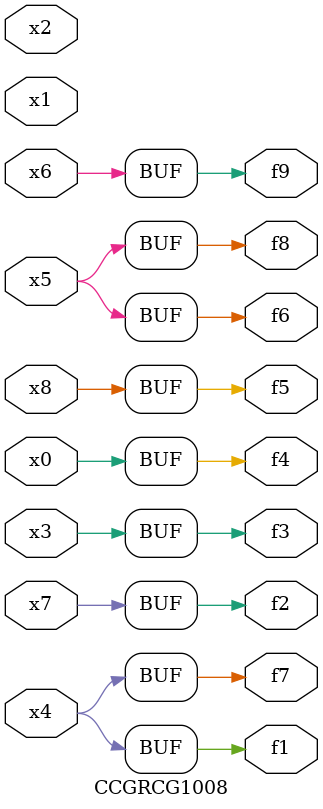
<source format=v>
module CCGRCG1008(
	input x0, x1, x2, x3, x4, x5, x6, x7, x8,
	output f1, f2, f3, f4, f5, f6, f7, f8, f9
);
	assign f1 = x4;
	assign f2 = x7;
	assign f3 = x3;
	assign f4 = x0;
	assign f5 = x8;
	assign f6 = x5;
	assign f7 = x4;
	assign f8 = x5;
	assign f9 = x6;
endmodule

</source>
